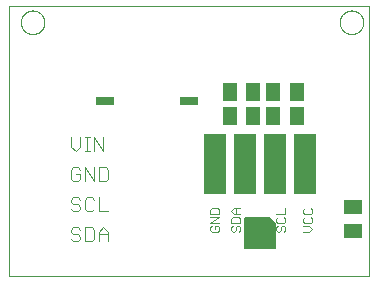
<source format=gtp>
G75*
%MOIN*%
%OFA0B0*%
%FSLAX25Y25*%
%IPPOS*%
%LPD*%
%AMOC8*
5,1,8,0,0,1.08239X$1,22.5*
%
%ADD10C,0.00000*%
%ADD11C,0.00400*%
%ADD12C,0.00300*%
%ADD13R,0.07600X0.20000*%
%ADD14C,0.00500*%
%ADD15R,0.06000X0.03000*%
%ADD16R,0.05118X0.05906*%
%ADD17R,0.05906X0.05118*%
D10*
X0001500Y0011270D02*
X0001500Y0101270D01*
X0121500Y0101270D01*
X0121500Y0011270D01*
X0001500Y0011270D01*
X0005437Y0095916D02*
X0005439Y0096041D01*
X0005445Y0096166D01*
X0005455Y0096290D01*
X0005469Y0096414D01*
X0005486Y0096538D01*
X0005508Y0096661D01*
X0005534Y0096783D01*
X0005563Y0096905D01*
X0005596Y0097025D01*
X0005634Y0097144D01*
X0005674Y0097263D01*
X0005719Y0097379D01*
X0005767Y0097494D01*
X0005819Y0097608D01*
X0005875Y0097720D01*
X0005934Y0097830D01*
X0005996Y0097938D01*
X0006062Y0098045D01*
X0006131Y0098149D01*
X0006204Y0098250D01*
X0006279Y0098350D01*
X0006358Y0098447D01*
X0006440Y0098541D01*
X0006525Y0098633D01*
X0006612Y0098722D01*
X0006703Y0098808D01*
X0006796Y0098891D01*
X0006892Y0098972D01*
X0006990Y0099049D01*
X0007090Y0099123D01*
X0007193Y0099194D01*
X0007298Y0099261D01*
X0007406Y0099326D01*
X0007515Y0099386D01*
X0007626Y0099444D01*
X0007739Y0099497D01*
X0007853Y0099547D01*
X0007969Y0099594D01*
X0008086Y0099636D01*
X0008205Y0099675D01*
X0008325Y0099711D01*
X0008446Y0099742D01*
X0008568Y0099770D01*
X0008690Y0099793D01*
X0008814Y0099813D01*
X0008938Y0099829D01*
X0009062Y0099841D01*
X0009187Y0099849D01*
X0009312Y0099853D01*
X0009436Y0099853D01*
X0009561Y0099849D01*
X0009686Y0099841D01*
X0009810Y0099829D01*
X0009934Y0099813D01*
X0010058Y0099793D01*
X0010180Y0099770D01*
X0010302Y0099742D01*
X0010423Y0099711D01*
X0010543Y0099675D01*
X0010662Y0099636D01*
X0010779Y0099594D01*
X0010895Y0099547D01*
X0011009Y0099497D01*
X0011122Y0099444D01*
X0011233Y0099386D01*
X0011343Y0099326D01*
X0011450Y0099261D01*
X0011555Y0099194D01*
X0011658Y0099123D01*
X0011758Y0099049D01*
X0011856Y0098972D01*
X0011952Y0098891D01*
X0012045Y0098808D01*
X0012136Y0098722D01*
X0012223Y0098633D01*
X0012308Y0098541D01*
X0012390Y0098447D01*
X0012469Y0098350D01*
X0012544Y0098250D01*
X0012617Y0098149D01*
X0012686Y0098045D01*
X0012752Y0097938D01*
X0012814Y0097830D01*
X0012873Y0097720D01*
X0012929Y0097608D01*
X0012981Y0097494D01*
X0013029Y0097379D01*
X0013074Y0097263D01*
X0013114Y0097144D01*
X0013152Y0097025D01*
X0013185Y0096905D01*
X0013214Y0096783D01*
X0013240Y0096661D01*
X0013262Y0096538D01*
X0013279Y0096414D01*
X0013293Y0096290D01*
X0013303Y0096166D01*
X0013309Y0096041D01*
X0013311Y0095916D01*
X0013309Y0095791D01*
X0013303Y0095666D01*
X0013293Y0095542D01*
X0013279Y0095418D01*
X0013262Y0095294D01*
X0013240Y0095171D01*
X0013214Y0095049D01*
X0013185Y0094927D01*
X0013152Y0094807D01*
X0013114Y0094688D01*
X0013074Y0094569D01*
X0013029Y0094453D01*
X0012981Y0094338D01*
X0012929Y0094224D01*
X0012873Y0094112D01*
X0012814Y0094002D01*
X0012752Y0093894D01*
X0012686Y0093787D01*
X0012617Y0093683D01*
X0012544Y0093582D01*
X0012469Y0093482D01*
X0012390Y0093385D01*
X0012308Y0093291D01*
X0012223Y0093199D01*
X0012136Y0093110D01*
X0012045Y0093024D01*
X0011952Y0092941D01*
X0011856Y0092860D01*
X0011758Y0092783D01*
X0011658Y0092709D01*
X0011555Y0092638D01*
X0011450Y0092571D01*
X0011342Y0092506D01*
X0011233Y0092446D01*
X0011122Y0092388D01*
X0011009Y0092335D01*
X0010895Y0092285D01*
X0010779Y0092238D01*
X0010662Y0092196D01*
X0010543Y0092157D01*
X0010423Y0092121D01*
X0010302Y0092090D01*
X0010180Y0092062D01*
X0010058Y0092039D01*
X0009934Y0092019D01*
X0009810Y0092003D01*
X0009686Y0091991D01*
X0009561Y0091983D01*
X0009436Y0091979D01*
X0009312Y0091979D01*
X0009187Y0091983D01*
X0009062Y0091991D01*
X0008938Y0092003D01*
X0008814Y0092019D01*
X0008690Y0092039D01*
X0008568Y0092062D01*
X0008446Y0092090D01*
X0008325Y0092121D01*
X0008205Y0092157D01*
X0008086Y0092196D01*
X0007969Y0092238D01*
X0007853Y0092285D01*
X0007739Y0092335D01*
X0007626Y0092388D01*
X0007515Y0092446D01*
X0007405Y0092506D01*
X0007298Y0092571D01*
X0007193Y0092638D01*
X0007090Y0092709D01*
X0006990Y0092783D01*
X0006892Y0092860D01*
X0006796Y0092941D01*
X0006703Y0093024D01*
X0006612Y0093110D01*
X0006525Y0093199D01*
X0006440Y0093291D01*
X0006358Y0093385D01*
X0006279Y0093482D01*
X0006204Y0093582D01*
X0006131Y0093683D01*
X0006062Y0093787D01*
X0005996Y0093894D01*
X0005934Y0094002D01*
X0005875Y0094112D01*
X0005819Y0094224D01*
X0005767Y0094338D01*
X0005719Y0094453D01*
X0005674Y0094569D01*
X0005634Y0094688D01*
X0005596Y0094807D01*
X0005563Y0094927D01*
X0005534Y0095049D01*
X0005508Y0095171D01*
X0005486Y0095294D01*
X0005469Y0095418D01*
X0005455Y0095542D01*
X0005445Y0095666D01*
X0005439Y0095791D01*
X0005437Y0095916D01*
X0111736Y0095916D02*
X0111738Y0096041D01*
X0111744Y0096166D01*
X0111754Y0096290D01*
X0111768Y0096414D01*
X0111785Y0096538D01*
X0111807Y0096661D01*
X0111833Y0096783D01*
X0111862Y0096905D01*
X0111895Y0097025D01*
X0111933Y0097144D01*
X0111973Y0097263D01*
X0112018Y0097379D01*
X0112066Y0097494D01*
X0112118Y0097608D01*
X0112174Y0097720D01*
X0112233Y0097830D01*
X0112295Y0097938D01*
X0112361Y0098045D01*
X0112430Y0098149D01*
X0112503Y0098250D01*
X0112578Y0098350D01*
X0112657Y0098447D01*
X0112739Y0098541D01*
X0112824Y0098633D01*
X0112911Y0098722D01*
X0113002Y0098808D01*
X0113095Y0098891D01*
X0113191Y0098972D01*
X0113289Y0099049D01*
X0113389Y0099123D01*
X0113492Y0099194D01*
X0113597Y0099261D01*
X0113705Y0099326D01*
X0113814Y0099386D01*
X0113925Y0099444D01*
X0114038Y0099497D01*
X0114152Y0099547D01*
X0114268Y0099594D01*
X0114385Y0099636D01*
X0114504Y0099675D01*
X0114624Y0099711D01*
X0114745Y0099742D01*
X0114867Y0099770D01*
X0114989Y0099793D01*
X0115113Y0099813D01*
X0115237Y0099829D01*
X0115361Y0099841D01*
X0115486Y0099849D01*
X0115611Y0099853D01*
X0115735Y0099853D01*
X0115860Y0099849D01*
X0115985Y0099841D01*
X0116109Y0099829D01*
X0116233Y0099813D01*
X0116357Y0099793D01*
X0116479Y0099770D01*
X0116601Y0099742D01*
X0116722Y0099711D01*
X0116842Y0099675D01*
X0116961Y0099636D01*
X0117078Y0099594D01*
X0117194Y0099547D01*
X0117308Y0099497D01*
X0117421Y0099444D01*
X0117532Y0099386D01*
X0117642Y0099326D01*
X0117749Y0099261D01*
X0117854Y0099194D01*
X0117957Y0099123D01*
X0118057Y0099049D01*
X0118155Y0098972D01*
X0118251Y0098891D01*
X0118344Y0098808D01*
X0118435Y0098722D01*
X0118522Y0098633D01*
X0118607Y0098541D01*
X0118689Y0098447D01*
X0118768Y0098350D01*
X0118843Y0098250D01*
X0118916Y0098149D01*
X0118985Y0098045D01*
X0119051Y0097938D01*
X0119113Y0097830D01*
X0119172Y0097720D01*
X0119228Y0097608D01*
X0119280Y0097494D01*
X0119328Y0097379D01*
X0119373Y0097263D01*
X0119413Y0097144D01*
X0119451Y0097025D01*
X0119484Y0096905D01*
X0119513Y0096783D01*
X0119539Y0096661D01*
X0119561Y0096538D01*
X0119578Y0096414D01*
X0119592Y0096290D01*
X0119602Y0096166D01*
X0119608Y0096041D01*
X0119610Y0095916D01*
X0119608Y0095791D01*
X0119602Y0095666D01*
X0119592Y0095542D01*
X0119578Y0095418D01*
X0119561Y0095294D01*
X0119539Y0095171D01*
X0119513Y0095049D01*
X0119484Y0094927D01*
X0119451Y0094807D01*
X0119413Y0094688D01*
X0119373Y0094569D01*
X0119328Y0094453D01*
X0119280Y0094338D01*
X0119228Y0094224D01*
X0119172Y0094112D01*
X0119113Y0094002D01*
X0119051Y0093894D01*
X0118985Y0093787D01*
X0118916Y0093683D01*
X0118843Y0093582D01*
X0118768Y0093482D01*
X0118689Y0093385D01*
X0118607Y0093291D01*
X0118522Y0093199D01*
X0118435Y0093110D01*
X0118344Y0093024D01*
X0118251Y0092941D01*
X0118155Y0092860D01*
X0118057Y0092783D01*
X0117957Y0092709D01*
X0117854Y0092638D01*
X0117749Y0092571D01*
X0117641Y0092506D01*
X0117532Y0092446D01*
X0117421Y0092388D01*
X0117308Y0092335D01*
X0117194Y0092285D01*
X0117078Y0092238D01*
X0116961Y0092196D01*
X0116842Y0092157D01*
X0116722Y0092121D01*
X0116601Y0092090D01*
X0116479Y0092062D01*
X0116357Y0092039D01*
X0116233Y0092019D01*
X0116109Y0092003D01*
X0115985Y0091991D01*
X0115860Y0091983D01*
X0115735Y0091979D01*
X0115611Y0091979D01*
X0115486Y0091983D01*
X0115361Y0091991D01*
X0115237Y0092003D01*
X0115113Y0092019D01*
X0114989Y0092039D01*
X0114867Y0092062D01*
X0114745Y0092090D01*
X0114624Y0092121D01*
X0114504Y0092157D01*
X0114385Y0092196D01*
X0114268Y0092238D01*
X0114152Y0092285D01*
X0114038Y0092335D01*
X0113925Y0092388D01*
X0113814Y0092446D01*
X0113704Y0092506D01*
X0113597Y0092571D01*
X0113492Y0092638D01*
X0113389Y0092709D01*
X0113289Y0092783D01*
X0113191Y0092860D01*
X0113095Y0092941D01*
X0113002Y0093024D01*
X0112911Y0093110D01*
X0112824Y0093199D01*
X0112739Y0093291D01*
X0112657Y0093385D01*
X0112578Y0093482D01*
X0112503Y0093582D01*
X0112430Y0093683D01*
X0112361Y0093787D01*
X0112295Y0093894D01*
X0112233Y0094002D01*
X0112174Y0094112D01*
X0112118Y0094224D01*
X0112066Y0094338D01*
X0112018Y0094453D01*
X0111973Y0094569D01*
X0111933Y0094688D01*
X0111895Y0094807D01*
X0111862Y0094927D01*
X0111833Y0095049D01*
X0111807Y0095171D01*
X0111785Y0095294D01*
X0111768Y0095418D01*
X0111754Y0095542D01*
X0111744Y0095666D01*
X0111738Y0095791D01*
X0111736Y0095916D01*
D11*
X0034477Y0046807D02*
X0034477Y0043737D01*
X0033710Y0042970D01*
X0031408Y0042970D01*
X0031408Y0047574D01*
X0033710Y0047574D01*
X0034477Y0046807D01*
X0029873Y0047574D02*
X0029873Y0042970D01*
X0026804Y0047574D01*
X0026804Y0042970D01*
X0025269Y0043737D02*
X0025269Y0045272D01*
X0023735Y0045272D01*
X0022200Y0046807D02*
X0022200Y0043737D01*
X0022967Y0042970D01*
X0024502Y0042970D01*
X0025269Y0043737D01*
X0025269Y0046807D02*
X0024502Y0047574D01*
X0022967Y0047574D01*
X0022200Y0046807D01*
X0023735Y0052970D02*
X0025269Y0054505D01*
X0025269Y0057574D01*
X0025269Y0054505D01*
X0023735Y0052970D01*
X0022200Y0054505D01*
X0022200Y0057574D01*
X0022200Y0054505D01*
X0023735Y0052970D01*
X0026804Y0052970D02*
X0028339Y0052970D01*
X0026804Y0052970D01*
X0027571Y0052970D02*
X0027571Y0057574D01*
X0027571Y0052970D01*
X0029873Y0052970D02*
X0029873Y0057574D01*
X0032942Y0052970D01*
X0032942Y0057574D01*
X0032942Y0052970D01*
X0029873Y0057574D01*
X0029873Y0052970D01*
X0028339Y0057574D02*
X0026804Y0057574D01*
X0028339Y0057574D01*
X0029106Y0037574D02*
X0027571Y0037574D01*
X0026804Y0036807D01*
X0026804Y0033737D01*
X0027571Y0032970D01*
X0029106Y0032970D01*
X0029873Y0033737D01*
X0031408Y0032970D02*
X0034477Y0032970D01*
X0031408Y0032970D02*
X0031408Y0037574D01*
X0029873Y0036807D02*
X0029106Y0037574D01*
X0025269Y0036807D02*
X0024502Y0037574D01*
X0022967Y0037574D01*
X0022200Y0036807D01*
X0022200Y0036039D01*
X0022967Y0035272D01*
X0024502Y0035272D01*
X0025269Y0034505D01*
X0025269Y0033737D01*
X0024502Y0032970D01*
X0022967Y0032970D01*
X0022200Y0033737D01*
X0022967Y0027574D02*
X0022200Y0026807D01*
X0022200Y0026039D01*
X0022967Y0025272D01*
X0024502Y0025272D01*
X0025269Y0024505D01*
X0025269Y0023737D01*
X0024502Y0022970D01*
X0022967Y0022970D01*
X0022200Y0023737D01*
X0022967Y0027574D02*
X0024502Y0027574D01*
X0025269Y0026807D01*
X0026804Y0027574D02*
X0029106Y0027574D01*
X0029873Y0026807D01*
X0029873Y0023737D01*
X0029106Y0022970D01*
X0026804Y0022970D01*
X0026804Y0027574D01*
X0031408Y0026039D02*
X0032942Y0027574D01*
X0034477Y0026039D01*
X0034477Y0022970D01*
X0034477Y0025272D02*
X0031408Y0025272D01*
X0031408Y0026039D02*
X0031408Y0022970D01*
D12*
X0068648Y0026564D02*
X0069131Y0026081D01*
X0071066Y0026081D01*
X0071550Y0026564D01*
X0071550Y0027532D01*
X0071066Y0028016D01*
X0070099Y0028016D01*
X0070099Y0027048D01*
X0069131Y0028016D02*
X0068648Y0027532D01*
X0068648Y0026564D01*
X0068648Y0029027D02*
X0071550Y0030962D01*
X0068648Y0030962D01*
X0068648Y0031974D02*
X0068648Y0033425D01*
X0069131Y0033909D01*
X0071066Y0033909D01*
X0071550Y0033425D01*
X0071550Y0031974D01*
X0068648Y0031974D01*
X0068648Y0029027D02*
X0071550Y0029027D01*
X0075648Y0029027D02*
X0075648Y0030478D01*
X0076131Y0030962D01*
X0078066Y0030962D01*
X0078550Y0030478D01*
X0078550Y0029027D01*
X0075648Y0029027D01*
X0076131Y0028016D02*
X0075648Y0027532D01*
X0075648Y0026564D01*
X0076131Y0026081D01*
X0076615Y0026081D01*
X0077099Y0026564D01*
X0077099Y0027532D01*
X0077583Y0028016D01*
X0078066Y0028016D01*
X0078550Y0027532D01*
X0078550Y0026564D01*
X0078066Y0026081D01*
X0078550Y0031974D02*
X0076615Y0031974D01*
X0075648Y0032941D01*
X0076615Y0033909D01*
X0078550Y0033909D01*
X0077099Y0033909D02*
X0077099Y0031974D01*
X0090648Y0031974D02*
X0093550Y0031974D01*
X0093550Y0033909D01*
X0093066Y0030962D02*
X0093550Y0030478D01*
X0093550Y0029511D01*
X0093066Y0029027D01*
X0091131Y0029027D01*
X0090648Y0029511D01*
X0090648Y0030478D01*
X0091131Y0030962D01*
X0091131Y0028016D02*
X0090648Y0027532D01*
X0090648Y0026564D01*
X0091131Y0026081D01*
X0091615Y0026081D01*
X0092099Y0026564D01*
X0092099Y0027532D01*
X0092583Y0028016D01*
X0093066Y0028016D01*
X0093550Y0027532D01*
X0093550Y0026564D01*
X0093066Y0026081D01*
X0099648Y0026081D02*
X0101583Y0026081D01*
X0102550Y0027048D01*
X0101583Y0028016D01*
X0099648Y0028016D01*
X0100131Y0029027D02*
X0102066Y0029027D01*
X0102550Y0029511D01*
X0102550Y0030478D01*
X0102066Y0030962D01*
X0102066Y0031974D02*
X0102550Y0032457D01*
X0102550Y0033425D01*
X0102066Y0033909D01*
X0102066Y0031974D02*
X0100131Y0031974D01*
X0099648Y0032457D01*
X0099648Y0033425D01*
X0100131Y0033909D01*
X0100131Y0030962D02*
X0099648Y0030478D01*
X0099648Y0029511D01*
X0100131Y0029027D01*
D13*
X0100000Y0048770D03*
X0090000Y0048770D03*
X0080000Y0048770D03*
X0070000Y0048770D03*
D14*
X0080000Y0030770D02*
X0088000Y0030770D01*
X0090000Y0028770D01*
X0090000Y0020770D01*
X0080000Y0020770D01*
X0080000Y0030770D01*
X0080000Y0030712D02*
X0088058Y0030712D01*
X0088557Y0030214D02*
X0080000Y0030214D01*
X0080000Y0029715D02*
X0089055Y0029715D01*
X0089554Y0029216D02*
X0080000Y0029216D01*
X0080000Y0028718D02*
X0090000Y0028718D01*
X0090000Y0028219D02*
X0080000Y0028219D01*
X0080000Y0027721D02*
X0090000Y0027721D01*
X0090000Y0027222D02*
X0080000Y0027222D01*
X0080000Y0026724D02*
X0090000Y0026724D01*
X0090000Y0026225D02*
X0080000Y0026225D01*
X0080000Y0025727D02*
X0090000Y0025727D01*
X0090000Y0025228D02*
X0080000Y0025228D01*
X0080000Y0024730D02*
X0090000Y0024730D01*
X0090000Y0024231D02*
X0080000Y0024231D01*
X0080000Y0023733D02*
X0090000Y0023733D01*
X0090000Y0023234D02*
X0080000Y0023234D01*
X0080000Y0022736D02*
X0090000Y0022736D01*
X0090000Y0022237D02*
X0080000Y0022237D01*
X0080000Y0021739D02*
X0090000Y0021739D01*
X0090000Y0021240D02*
X0080000Y0021240D01*
D15*
X0061500Y0069770D03*
X0033500Y0069770D03*
D16*
X0075063Y0072770D03*
X0082937Y0072770D03*
X0089563Y0072770D03*
X0097437Y0072770D03*
X0097437Y0064770D03*
X0089563Y0064770D03*
X0082937Y0064770D03*
X0075063Y0064770D03*
D17*
X0116000Y0034207D03*
X0116000Y0026333D03*
M02*

</source>
